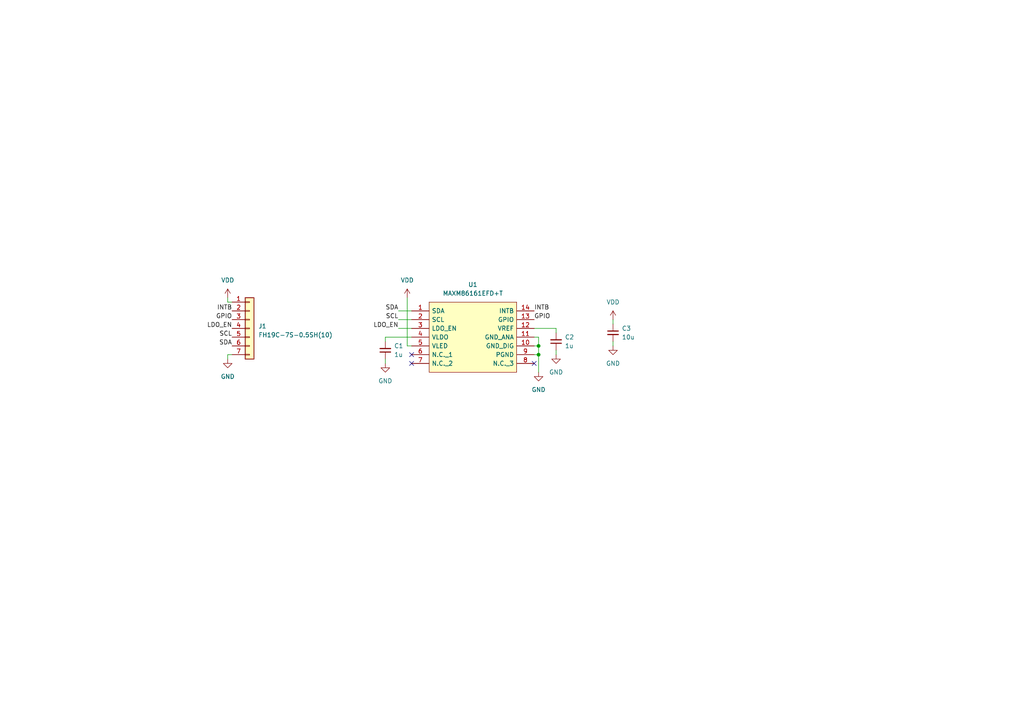
<source format=kicad_sch>
(kicad_sch (version 20231120) (generator "eeschema") (generator_version "8.0")
  (paper "A4")
  (lib_symbols
    (symbol "Connector_Generic:Conn_01x07" (pin_names (offset 1.016) hide)
      (property "Reference" "J" (at 0 10.16 0))
      (property "Value" "Conn_01x07" (at 0 -10.16 0))
      (symbol "Conn_01x07_1_1"
        (rectangle (start -1.27 -7.493) (end 0 -7.747) (stroke (width 0.1524)))
        (rectangle (start -1.27 -4.953) (end 0 -5.207) (stroke (width 0.1524)))
        (rectangle (start -1.27 -2.413) (end 0 -2.667) (stroke (width 0.1524)))
        (rectangle (start -1.27 0.127) (end 0 -0.127) (stroke (width 0.1524)))
        (rectangle (start -1.27 2.667) (end 0 2.413) (stroke (width 0.1524)))
        (rectangle (start -1.27 5.207) (end 0 4.953) (stroke (width 0.1524)))
        (rectangle (start -1.27 7.747) (end 0 7.493) (stroke (width 0.1524)))
        (rectangle (start -1.27 8.89) (end 1.27 -8.89) (stroke (width 0.254)) (fill (type background)))
        (pin passive line (at -5.08 7.62 0) (length 3.81) (name "Pin_1") (number "1"))
        (pin passive line (at -5.08 5.08 0) (length 3.81) (name "Pin_2") (number "2"))
        (pin passive line (at -5.08 2.54 0) (length 3.81) (name "Pin_3") (number "3"))
        (pin passive line (at -5.08 0 0) (length 3.81) (name "Pin_4") (number "4"))
        (pin passive line (at -5.08 -2.54 0) (length 3.81) (name "Pin_5") (number "5"))
        (pin passive line (at -5.08 -5.08 0) (length 3.81) (name "Pin_6") (number "6"))
        (pin passive line (at -5.08 -7.62 0) (length 3.81) (name "Pin_7") (number "7"))
      )
    )
    (symbol "Device:C_Small" (pin_numbers hide) (pin_names (offset 0.254) hide)
      (property "Reference" "C" (at 0.254 1.778 0))
      (property "Value" "C_Small" (at 0.254 -2.032 0))
      (symbol "C_Small_0_1"
        (polyline (pts (xy -1.524 -0.508) (xy 1.524 -0.508)) (stroke (width 0.3302)))
        (polyline (pts (xy -1.524 0.508) (xy 1.524 0.508)) (stroke (width 0.3048)))
      )
      (symbol "C_Small_1_1"
        (pin passive line (at 0 2.54 270) (length 2.032) (name "~") (number "1"))
        (pin passive line (at 0 -2.54 90) (length 2.032) (name "~") (number "2"))
      )
    )
    (symbol "power:GND" (power) (pin_names (offset 0))
      (property "Value" "GND" (at 0 -3.81 0))
      (symbol "GND_0_1"
        (polyline (pts (xy 0 0) (xy 0 -1.27) (xy 1.27 -1.27) (xy 0 -2.54) (xy -1.27 -1.27) (xy 0 -1.27)))
      )
      (symbol "GND_1_1"
        (pin power_in line (at 0 0 270) (length 0) hide (name "GND") (number "1"))
      )
    )
    (symbol "power:VDD" (power) (pin_names (offset 0))
      (property "Value" "VDD" (at 0 3.81 0))
      (symbol "VDD_0_1"
        (polyline (pts (xy -0.762 1.27) (xy 0 2.54)))
        (polyline (pts (xy 0 0) (xy 0 2.54)))
        (polyline (pts (xy 0 2.54) (xy 0.762 1.27)))
      )
      (symbol "VDD_1_1"
        (pin power_in line (at 0 0 90) (length 0) hide (name "VDD") (number "1"))
      )
    )
    (symbol "watch:MAXM86161EFD+T" (pin_names (offset 0.762))
      (property "Reference" "U" (at 31.75 7.62 0))
      (property "Value" "MAXM86161EFD+T" (at 31.75 5.08 0))
      (symbol "MAXM86161EFD+T_0_0"
        (pin passive line (at 0 0 0) (length 5.08) (name "SDA") (number "1"))
        (pin passive line (at 35.56 -10.16 180) (length 5.08) (name "GND_DIG") (number "10"))
        (pin passive line (at 35.56 -7.62 180) (length 5.08) (name "GND_ANA") (number "11"))
        (pin passive line (at 35.56 -5.08 180) (length 5.08) (name "VREF") (number "12"))
        (pin passive line (at 35.56 -2.54 180) (length 5.08) (name "GPIO") (number "13"))
        (pin passive line (at 35.56 0 180) (length 5.08) (name "INTB") (number "14"))
        (pin passive line (at 0 -2.54 0) (length 5.08) (name "SCL") (number "2"))
        (pin passive line (at 0 -5.08 0) (length 5.08) (name "LDO_EN") (number "3"))
        (pin passive line (at 0 -7.62 0) (length 5.08) (name "VLDO") (number "4"))
        (pin passive line (at 0 -10.16 0) (length 5.08) (name "VLED") (number "5"))
        (pin passive line (at 0 -12.7 0) (length 5.08) (name "N.C._1") (number "6"))
        (pin passive line (at 0 -15.24 0) (length 5.08) (name "N.C._2") (number "7"))
        (pin passive line (at 35.56 -15.24 180) (length 5.08) (name "N.C._3") (number "8"))
        (pin passive line (at 35.56 -12.7 180) (length 5.08) (name "PGND") (number "9"))
      )
      (symbol "MAXM86161EFD+T_0_1"
        (polyline (pts (xy 5.08 2.54) (xy 30.48 2.54) (xy 30.48 -17.78) (xy 5.08 -17.78) (xy 5.08 2.54)) (stroke (width 0.1524)) (fill (type background)))
      )
    )
  )
  (junction (at 156.21 100.33))
  (junction (at 156.21 102.87))
  (no_connect (at 119.38 105.41))
  (no_connect (at 119.38 102.87))
  (no_connect (at 154.94 105.41))
  (wire (pts (xy 177.8 99.06) (xy 177.8 100.33)))
  (wire (pts (xy 156.21 107.95) (xy 156.21 102.87)))
  (wire (pts (xy 66.04 86.36) (xy 66.04 87.63)))
  (wire (pts (xy 66.04 87.63) (xy 67.31 87.63)))
  (wire (pts (xy 66.04 104.14) (xy 66.04 102.87)))
  (wire (pts (xy 154.94 100.33) (xy 156.21 100.33)))
  (wire (pts (xy 177.8 92.71) (xy 177.8 93.98)))
  (wire (pts (xy 118.11 86.36) (xy 118.11 100.33)))
  (wire (pts (xy 111.76 104.14) (xy 111.76 105.41)))
  (wire (pts (xy 115.57 90.17) (xy 119.38 90.17)))
  (wire (pts (xy 161.29 101.6) (xy 161.29 102.87)))
  (wire (pts (xy 119.38 100.33) (xy 118.11 100.33)))
  (wire (pts (xy 156.21 97.79) (xy 156.21 100.33)))
  (wire (pts (xy 66.04 102.87) (xy 67.31 102.87)))
  (wire (pts (xy 156.21 100.33) (xy 156.21 102.87)))
  (wire (pts (xy 111.76 99.06) (xy 111.76 97.79)))
  (wire (pts (xy 115.57 92.71) (xy 119.38 92.71)))
  (wire (pts (xy 111.76 97.79) (xy 119.38 97.79)))
  (wire (pts (xy 156.21 102.87) (xy 154.94 102.87)))
  (wire (pts (xy 161.29 95.25) (xy 161.29 96.52)))
  (wire (pts (xy 154.94 95.25) (xy 161.29 95.25)))
  (wire (pts (xy 115.57 95.25) (xy 119.38 95.25)))
  (wire (pts (xy 154.94 97.79) (xy 156.21 97.79)))
  (label "GPIO" (at 154.94 92.71 0))
  (label "SDA" (at 67.31 100.33 180))
  (label "INTB" (at 154.94 90.17 0))
  (label "SCL" (at 67.31 97.79 180))
  (label "SCL" (at 115.57 92.71 180))
  (label "GPIO" (at 67.31 92.71 180))
  (label "INTB" (at 67.31 90.17 180))
  (label "LDO_EN" (at 67.31 95.25 180))
  (label "LDO_EN" (at 115.57 95.25 180))
  (label "SDA" (at 115.57 90.17 180))
  (symbol (lib_id "power:GND") (at 66.04 104.14 0) (unit 1)
    (property "Reference" "#PWR010" (effects (hide yes)))
    (property "Value" "GND" (at 66.04 109.22 0))
  )
  (symbol (lib_id "power:GND") (at 156.21 107.95 0) (unit 1)
    (property "Reference" "#PWR04" (effects (hide yes)))
    (property "Value" "GND" (at 156.21 113.03 0))
  )
  (symbol (lib_id "watch:MAXM86161EFD+T") (at 119.38 90.17 0) (unit 1)
    (property "Reference" "U1" (at 137.16 82.55 0))
    (property "Value" "MAXM86161EFD+T" (at 137.16 85.09 0))
    (property "Footprint" "watch:MAXM86161EFDT" (effects (hide yes)))
    (property "Datasheet" "https://datasheets.maximintegrated.com/en/ds/MAXM86161.pdf" (effects (hide yes)))
    (property "Description" "OPTICAL BIO SENSOR MODULE OPTIMI" (effects (hide yes)))
    (property "Height" "1.5" (effects (hide yes)))
    (property "Mouser Part Number" "700-MAXM86161EFD+T" (effects (hide yes)))
    (property "Mouser Price/Stock" "https://www.mouser.co.uk/ProductDetail/Maxim-Integrated/MAXM86161EFD%2bT?qs=XeJtXLiO41T6hWnBlrpJ0w%3D%3D" (effects (hide yes)))
    (property "Manufacturer_Name" "Maxim Integrated" (effects (hide yes)))
    (property "Manufacturer_Part_Number" "MAXM86161EFD+T" (effects (hide yes)))
  )
  (symbol (lib_id "Device:C_Small") (at 177.8 96.52 0) (unit 1)
    (property "Reference" "C3" (at 180.34 95.2562 0) (effects (justify left)))
    (property "Value" "10u" (at 180.34 97.7962 0) (effects (justify left)))
    (property "Footprint" "Capacitor_SMD:C_0402_1005Metric_Pad0.74x0.62mm_HandSolder" (effects (hide yes)))
  )
  (symbol (lib_id "Device:C_Small") (at 161.29 99.06 180) (unit 1)
    (property "Reference" "C2" (at 163.83 97.7835 0) (effects (justify right)))
    (property "Value" "1u" (at 163.83 100.3235 0) (effects (justify right)))
    (property "Footprint" "Capacitor_SMD:C_0402_1005Metric_Pad0.74x0.62mm_HandSolder" (effects (hide yes)))
  )
  (symbol (lib_id "Device:C_Small") (at 111.76 101.6 180) (unit 1)
    (property "Reference" "C1" (at 114.3 100.3235 0) (effects (justify right)))
    (property "Value" "1u" (at 114.3 102.8635 0) (effects (justify right)))
    (property "Footprint" "Capacitor_SMD:C_0402_1005Metric_Pad0.74x0.62mm_HandSolder" (effects (hide yes)))
  )
  (symbol (lib_id "power:GND") (at 111.76 105.41 0) (unit 1)
    (property "Reference" "#PWR02" (effects (hide yes)))
    (property "Value" "GND" (at 111.76 110.49 0))
  )
  (symbol (lib_id "power:VDD") (at 177.8 92.71 0) (unit 1)
    (property "Reference" "#PWR05" (effects (hide yes)))
    (property "Value" "VDD" (at 177.8 87.63 0))
  )
  (symbol (lib_id "Connector_Generic:Conn_01x07") (at 72.39 95.25 0) (unit 1)
    (property "Reference" "J1" (at 74.93 94.615 0) (effects (justify left)))
    (property "Value" "FH19C-7S-0.5SH(10)" (at 74.93 97.155 0) (effects (justify left)))
    (property "Footprint" "watch:FH19C_FPC" (effects (hide yes)))
    (property "Datasheet" "https://mm.digikey.com/Volume0/opasdata/d220001/medias/docus/822/FH19C_FH19SC_Series.pdf" (effects (hide yes)))
  )
  (symbol (lib_id "power:GND") (at 177.8 100.33 0) (unit 1)
    (property "Reference" "#PWR07" (effects (hide yes)))
    (property "Value" "GND" (at 177.8 105.41 0))
  )
  (symbol (lib_id "power:VDD") (at 118.11 86.36 0) (unit 1)
    (property "Reference" "#PWR01" (effects (hide yes)))
    (property "Value" "VDD" (at 118.11 81.28 0))
  )
  (symbol (lib_id "power:GND") (at 161.29 102.87 0) (unit 1)
    (property "Reference" "#PWR03" (effects (hide yes)))
    (property "Value" "GND" (at 161.29 107.95 0))
  )
  (symbol (lib_id "power:VDD") (at 66.04 86.36 0) (unit 1)
    (property "Reference" "#PWR09" (effects (hide yes)))
    (property "Value" "VDD" (at 66.04 81.28 0))
  )
)
</source>
